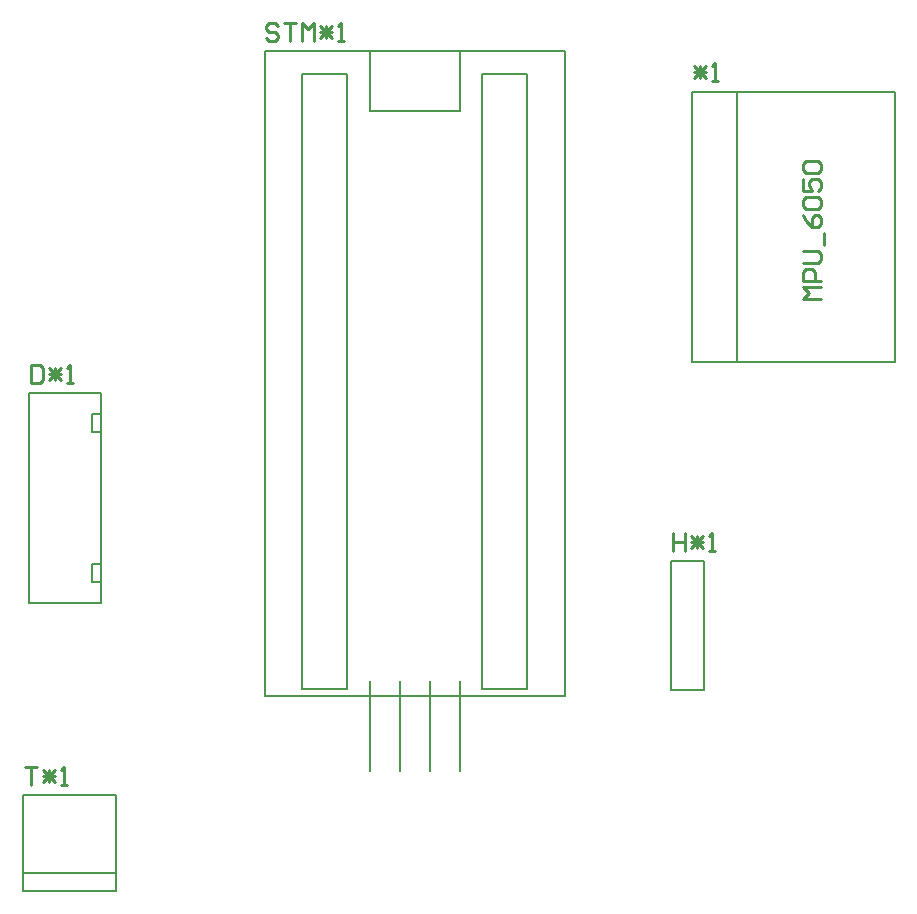
<source format=gto>
G04*
G04 #@! TF.GenerationSoftware,Altium Limited,Altium Designer,23.9.2 (47)*
G04*
G04 Layer_Color=65535*
%FSLAX44Y44*%
%MOMM*%
G71*
G04*
G04 #@! TF.SameCoordinates,0D2C48F4-CCEE-4C21-8A82-5B4AAA62CE95*
G04*
G04*
G04 #@! TF.FilePolarity,Positive*
G04*
G01*
G75*
%ADD10C,0.2000*%
%ADD11C,0.2540*%
D10*
X1266190Y537210D02*
X1294130D01*
X1266190D02*
Y646430D01*
X1294130D01*
Y537210D02*
Y646430D01*
X1106170Y1059180D02*
X1144270D01*
Y538480D02*
Y1059180D01*
X1106170Y538480D02*
X1144270D01*
X1106170D02*
Y1059180D01*
X953770Y538480D02*
X991870D01*
X953770D02*
Y1059180D01*
X991870D01*
Y538480D02*
Y1059180D01*
X922020Y532130D02*
X1176020D01*
X1010920Y468630D02*
Y544830D01*
X1036320Y468630D02*
Y544830D01*
X1061720Y468630D02*
Y544830D01*
X1087120Y468630D02*
Y544830D01*
X1010920Y1027430D02*
Y1078230D01*
Y1027430D02*
X1087120D01*
Y1078230D01*
X922020D02*
X1176020D01*
Y532130D02*
Y1078230D01*
X922020Y532130D02*
Y1078230D01*
X1322070Y1043940D02*
X1322070Y815340D01*
X1283970D02*
X1455420D01*
Y1043940D01*
X1283970D02*
X1455420D01*
X1283970Y815340D02*
Y1043940D01*
X775970Y628650D02*
X783590D01*
X775970D02*
Y643890D01*
X783590D01*
X775970Y755650D02*
X783590D01*
X775970D02*
Y770890D01*
X783590D01*
X722630Y788670D02*
X783590D01*
Y610870D02*
Y788670D01*
X722630Y610870D02*
X783590D01*
X722630D02*
Y788670D01*
X717550Y382270D02*
X796290D01*
X717550Y367030D02*
Y448310D01*
Y367030D02*
X796290D01*
Y448310D01*
X717550D02*
X796290D01*
D11*
X1267714Y670301D02*
Y655066D01*
Y662683D01*
X1277871D01*
Y670301D01*
Y655066D01*
X1282949Y667762D02*
X1293106Y657605D01*
X1282949D02*
X1293106Y667762D01*
X1282949Y662683D02*
X1293106D01*
X1288027Y657605D02*
Y667762D01*
X1298184Y655066D02*
X1303262D01*
X1300723D01*
Y670301D01*
X1298184Y667762D01*
X933701Y1099562D02*
X931161Y1102101D01*
X926083D01*
X923544Y1099562D01*
Y1097023D01*
X926083Y1094483D01*
X931161D01*
X933701Y1091944D01*
Y1089405D01*
X931161Y1086866D01*
X926083D01*
X923544Y1089405D01*
X938779Y1102101D02*
X948936D01*
X943857D01*
Y1086866D01*
X954014D02*
Y1102101D01*
X959092Y1097023D01*
X964171Y1102101D01*
Y1086866D01*
X969249Y1099562D02*
X979406Y1089405D01*
X969249D02*
X979406Y1099562D01*
X969249Y1094483D02*
X979406D01*
X974328Y1089405D02*
Y1099562D01*
X984484Y1086866D02*
X989563D01*
X987023D01*
Y1102101D01*
X984484Y1099562D01*
X1285494Y1065272D02*
X1295651Y1055115D01*
X1285494D02*
X1295651Y1065272D01*
X1285494Y1060193D02*
X1295651D01*
X1290572Y1055115D02*
Y1065272D01*
X1300729Y1052576D02*
X1305807D01*
X1303268D01*
Y1067811D01*
X1300729Y1065272D01*
X1393191Y868680D02*
X1377956D01*
X1383034Y873758D01*
X1377956Y878837D01*
X1393191D01*
Y883915D02*
X1377956D01*
Y891533D01*
X1380495Y894072D01*
X1385573D01*
X1388112Y891533D01*
Y883915D01*
X1377956Y899150D02*
X1390652D01*
X1393191Y901689D01*
Y906768D01*
X1390652Y909307D01*
X1377956D01*
X1395730Y914385D02*
Y924542D01*
X1377956Y939777D02*
X1380495Y934699D01*
X1385573Y929620D01*
X1390652D01*
X1393191Y932160D01*
Y937238D01*
X1390652Y939777D01*
X1388112D01*
X1385573Y937238D01*
Y929620D01*
X1380495Y944855D02*
X1377956Y947394D01*
Y952473D01*
X1380495Y955012D01*
X1390652D01*
X1393191Y952473D01*
Y947394D01*
X1390652Y944855D01*
X1380495D01*
X1377956Y970247D02*
Y960090D01*
X1385573D01*
X1383034Y965169D01*
Y967708D01*
X1385573Y970247D01*
X1390652D01*
X1393191Y967708D01*
Y962630D01*
X1390652Y960090D01*
X1380495Y975325D02*
X1377956Y977865D01*
Y982943D01*
X1380495Y985482D01*
X1390652D01*
X1393191Y982943D01*
Y977865D01*
X1390652Y975325D01*
X1380495D01*
X724154Y812541D02*
Y797306D01*
X731771D01*
X734311Y799845D01*
Y810002D01*
X731771Y812541D01*
X724154D01*
X739389Y810002D02*
X749546Y799845D01*
X739389D02*
X749546Y810002D01*
X739389Y804923D02*
X749546D01*
X744467Y799845D02*
Y810002D01*
X754624Y797306D02*
X759703D01*
X757163D01*
Y812541D01*
X754624Y810002D01*
X719074Y472181D02*
X729231D01*
X724152D01*
Y456946D01*
X734309Y469642D02*
X744466Y459485D01*
X734309D02*
X744466Y469642D01*
X734309Y464563D02*
X744466D01*
X739387Y459485D02*
Y469642D01*
X749544Y456946D02*
X754622D01*
X752083D01*
Y472181D01*
X749544Y469642D01*
M02*

</source>
